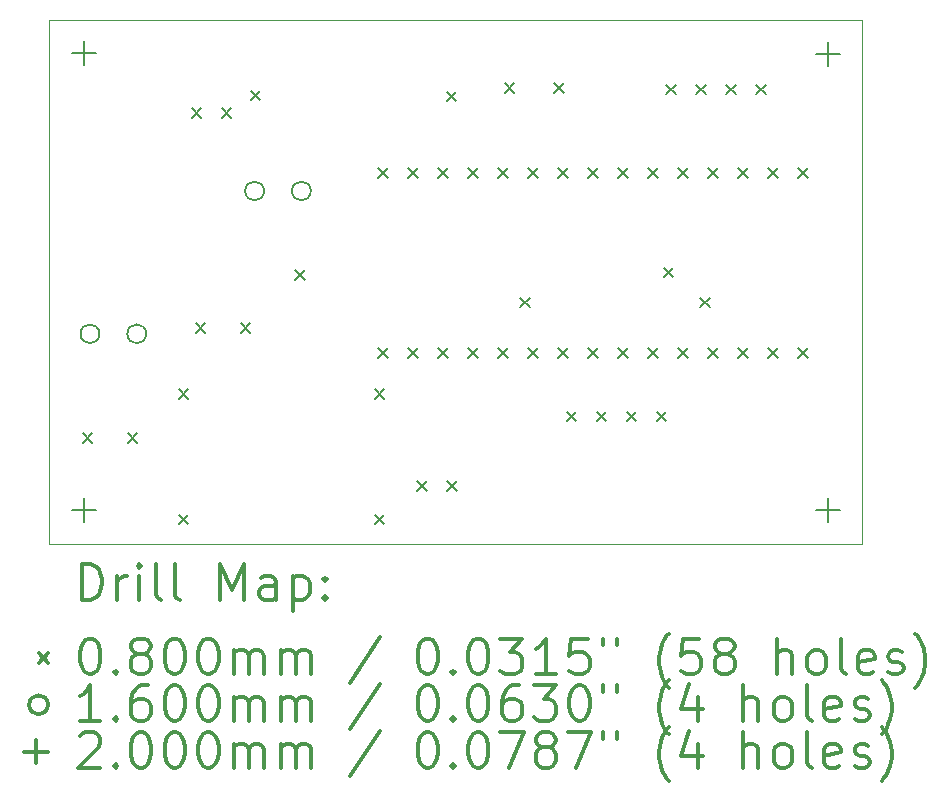
<source format=gbr>
%FSLAX45Y45*%
G04 Gerber Fmt 4.5, Leading zero omitted, Abs format (unit mm)*
G04 Created by KiCad (PCBNEW (5.1.10)-1) date 2021-10-23 23:50:17*
%MOMM*%
%LPD*%
G01*
G04 APERTURE LIST*
%TA.AperFunction,Profile*%
%ADD10C,0.100000*%
%TD*%
%ADD11C,0.200000*%
%ADD12C,0.300000*%
G04 APERTURE END LIST*
D10*
X7270000Y-400000D02*
X7270000Y-4840000D01*
X380000Y-400000D02*
X7270000Y-400000D01*
X380000Y-4840000D02*
X380000Y-400000D01*
X7270000Y-4840000D02*
X380000Y-4840000D01*
D11*
X670000Y-3900000D02*
X750000Y-3980000D01*
X750000Y-3900000D02*
X670000Y-3980000D01*
X1050000Y-3900000D02*
X1130000Y-3980000D01*
X1130000Y-3900000D02*
X1050000Y-3980000D01*
X1480000Y-3530000D02*
X1560000Y-3610000D01*
X1560000Y-3530000D02*
X1480000Y-3610000D01*
X1480000Y-4590000D02*
X1560000Y-4670000D01*
X1560000Y-4590000D02*
X1480000Y-4670000D01*
X1590000Y-1150000D02*
X1670000Y-1230000D01*
X1670000Y-1150000D02*
X1590000Y-1230000D01*
X1625000Y-2970000D02*
X1705000Y-3050000D01*
X1705000Y-2970000D02*
X1625000Y-3050000D01*
X1844000Y-1150000D02*
X1924000Y-1230000D01*
X1924000Y-1150000D02*
X1844000Y-1230000D01*
X2005000Y-2970000D02*
X2085000Y-3050000D01*
X2085000Y-2970000D02*
X2005000Y-3050000D01*
X2090000Y-1000000D02*
X2170000Y-1080000D01*
X2170000Y-1000000D02*
X2090000Y-1080000D01*
X2470000Y-2520000D02*
X2550000Y-2600000D01*
X2550000Y-2520000D02*
X2470000Y-2600000D01*
X3140000Y-3530000D02*
X3220000Y-3610000D01*
X3220000Y-3530000D02*
X3140000Y-3610000D01*
X3140000Y-4590000D02*
X3220000Y-4670000D01*
X3220000Y-4590000D02*
X3140000Y-4670000D01*
X3170000Y-1660000D02*
X3250000Y-1740000D01*
X3250000Y-1660000D02*
X3170000Y-1740000D01*
X3170000Y-3184000D02*
X3250000Y-3264000D01*
X3250000Y-3184000D02*
X3170000Y-3264000D01*
X3424000Y-1660000D02*
X3504000Y-1740000D01*
X3504000Y-1660000D02*
X3424000Y-1740000D01*
X3424000Y-3184000D02*
X3504000Y-3264000D01*
X3504000Y-3184000D02*
X3424000Y-3264000D01*
X3500000Y-4310000D02*
X3580000Y-4390000D01*
X3580000Y-4310000D02*
X3500000Y-4390000D01*
X3678000Y-1660000D02*
X3758000Y-1740000D01*
X3758000Y-1660000D02*
X3678000Y-1740000D01*
X3678000Y-3184000D02*
X3758000Y-3264000D01*
X3758000Y-3184000D02*
X3678000Y-3264000D01*
X3750000Y-1010000D02*
X3830000Y-1090000D01*
X3830000Y-1010000D02*
X3750000Y-1090000D01*
X3754000Y-4310000D02*
X3834000Y-4390000D01*
X3834000Y-4310000D02*
X3754000Y-4390000D01*
X3932000Y-1660000D02*
X4012000Y-1740000D01*
X4012000Y-1660000D02*
X3932000Y-1740000D01*
X3932000Y-3184000D02*
X4012000Y-3264000D01*
X4012000Y-3184000D02*
X3932000Y-3264000D01*
X4186000Y-1660000D02*
X4266000Y-1740000D01*
X4266000Y-1660000D02*
X4186000Y-1740000D01*
X4186000Y-3184000D02*
X4266000Y-3264000D01*
X4266000Y-3184000D02*
X4186000Y-3264000D01*
X4240000Y-940000D02*
X4320000Y-1020000D01*
X4320000Y-940000D02*
X4240000Y-1020000D01*
X4375000Y-2755000D02*
X4455000Y-2835000D01*
X4455000Y-2755000D02*
X4375000Y-2835000D01*
X4440000Y-1660000D02*
X4520000Y-1740000D01*
X4520000Y-1660000D02*
X4440000Y-1740000D01*
X4440000Y-3184000D02*
X4520000Y-3264000D01*
X4520000Y-3184000D02*
X4440000Y-3264000D01*
X4660000Y-940000D02*
X4740000Y-1020000D01*
X4740000Y-940000D02*
X4660000Y-1020000D01*
X4694000Y-1660000D02*
X4774000Y-1740000D01*
X4774000Y-1660000D02*
X4694000Y-1740000D01*
X4694000Y-3184000D02*
X4774000Y-3264000D01*
X4774000Y-3184000D02*
X4694000Y-3264000D01*
X4768000Y-3720000D02*
X4848000Y-3800000D01*
X4848000Y-3720000D02*
X4768000Y-3800000D01*
X4948000Y-1660000D02*
X5028000Y-1740000D01*
X5028000Y-1660000D02*
X4948000Y-1740000D01*
X4948000Y-3184000D02*
X5028000Y-3264000D01*
X5028000Y-3184000D02*
X4948000Y-3264000D01*
X5022000Y-3720000D02*
X5102000Y-3800000D01*
X5102000Y-3720000D02*
X5022000Y-3800000D01*
X5202000Y-1660000D02*
X5282000Y-1740000D01*
X5282000Y-1660000D02*
X5202000Y-1740000D01*
X5202000Y-3184000D02*
X5282000Y-3264000D01*
X5282000Y-3184000D02*
X5202000Y-3264000D01*
X5276000Y-3720000D02*
X5356000Y-3800000D01*
X5356000Y-3720000D02*
X5276000Y-3800000D01*
X5456000Y-1660000D02*
X5536000Y-1740000D01*
X5536000Y-1660000D02*
X5456000Y-1740000D01*
X5456000Y-3184000D02*
X5536000Y-3264000D01*
X5536000Y-3184000D02*
X5456000Y-3264000D01*
X5530000Y-3720000D02*
X5610000Y-3800000D01*
X5610000Y-3720000D02*
X5530000Y-3800000D01*
X5590000Y-2500000D02*
X5670000Y-2580000D01*
X5670000Y-2500000D02*
X5590000Y-2580000D01*
X5608000Y-950000D02*
X5688000Y-1030000D01*
X5688000Y-950000D02*
X5608000Y-1030000D01*
X5710000Y-1660000D02*
X5790000Y-1740000D01*
X5790000Y-1660000D02*
X5710000Y-1740000D01*
X5710000Y-3184000D02*
X5790000Y-3264000D01*
X5790000Y-3184000D02*
X5710000Y-3264000D01*
X5862000Y-950000D02*
X5942000Y-1030000D01*
X5942000Y-950000D02*
X5862000Y-1030000D01*
X5899000Y-2755000D02*
X5979000Y-2835000D01*
X5979000Y-2755000D02*
X5899000Y-2835000D01*
X5964000Y-1660000D02*
X6044000Y-1740000D01*
X6044000Y-1660000D02*
X5964000Y-1740000D01*
X5964000Y-3184000D02*
X6044000Y-3264000D01*
X6044000Y-3184000D02*
X5964000Y-3264000D01*
X6116000Y-950000D02*
X6196000Y-1030000D01*
X6196000Y-950000D02*
X6116000Y-1030000D01*
X6218000Y-1660000D02*
X6298000Y-1740000D01*
X6298000Y-1660000D02*
X6218000Y-1740000D01*
X6218000Y-3184000D02*
X6298000Y-3264000D01*
X6298000Y-3184000D02*
X6218000Y-3264000D01*
X6370000Y-950000D02*
X6450000Y-1030000D01*
X6450000Y-950000D02*
X6370000Y-1030000D01*
X6472000Y-1660000D02*
X6552000Y-1740000D01*
X6552000Y-1660000D02*
X6472000Y-1740000D01*
X6472000Y-3184000D02*
X6552000Y-3264000D01*
X6552000Y-3184000D02*
X6472000Y-3264000D01*
X6726000Y-1660000D02*
X6806000Y-1740000D01*
X6806000Y-1660000D02*
X6726000Y-1740000D01*
X6726000Y-3184000D02*
X6806000Y-3264000D01*
X6806000Y-3184000D02*
X6726000Y-3264000D01*
X810000Y-3060000D02*
G75*
G03*
X810000Y-3060000I-80000J0D01*
G01*
X1206000Y-3060000D02*
G75*
G03*
X1206000Y-3060000I-80000J0D01*
G01*
X2204000Y-1850000D02*
G75*
G03*
X2204000Y-1850000I-80000J0D01*
G01*
X2600000Y-1850000D02*
G75*
G03*
X2600000Y-1850000I-80000J0D01*
G01*
X680000Y-580000D02*
X680000Y-780000D01*
X580000Y-680000D02*
X780000Y-680000D01*
X680000Y-4450000D02*
X680000Y-4650000D01*
X580000Y-4550000D02*
X780000Y-4550000D01*
X6980000Y-590000D02*
X6980000Y-790000D01*
X6880000Y-690000D02*
X7080000Y-690000D01*
X6980000Y-4450000D02*
X6980000Y-4650000D01*
X6880000Y-4550000D02*
X7080000Y-4550000D01*
D12*
X661428Y-5310714D02*
X661428Y-5010714D01*
X732857Y-5010714D01*
X775714Y-5025000D01*
X804286Y-5053572D01*
X818571Y-5082143D01*
X832857Y-5139286D01*
X832857Y-5182143D01*
X818571Y-5239286D01*
X804286Y-5267857D01*
X775714Y-5296429D01*
X732857Y-5310714D01*
X661428Y-5310714D01*
X961428Y-5310714D02*
X961428Y-5110714D01*
X961428Y-5167857D02*
X975714Y-5139286D01*
X990000Y-5125000D01*
X1018571Y-5110714D01*
X1047143Y-5110714D01*
X1147143Y-5310714D02*
X1147143Y-5110714D01*
X1147143Y-5010714D02*
X1132857Y-5025000D01*
X1147143Y-5039286D01*
X1161428Y-5025000D01*
X1147143Y-5010714D01*
X1147143Y-5039286D01*
X1332857Y-5310714D02*
X1304286Y-5296429D01*
X1290000Y-5267857D01*
X1290000Y-5010714D01*
X1490000Y-5310714D02*
X1461428Y-5296429D01*
X1447143Y-5267857D01*
X1447143Y-5010714D01*
X1832857Y-5310714D02*
X1832857Y-5010714D01*
X1932857Y-5225000D01*
X2032857Y-5010714D01*
X2032857Y-5310714D01*
X2304286Y-5310714D02*
X2304286Y-5153572D01*
X2290000Y-5125000D01*
X2261428Y-5110714D01*
X2204286Y-5110714D01*
X2175714Y-5125000D01*
X2304286Y-5296429D02*
X2275714Y-5310714D01*
X2204286Y-5310714D01*
X2175714Y-5296429D01*
X2161428Y-5267857D01*
X2161428Y-5239286D01*
X2175714Y-5210714D01*
X2204286Y-5196429D01*
X2275714Y-5196429D01*
X2304286Y-5182143D01*
X2447143Y-5110714D02*
X2447143Y-5410714D01*
X2447143Y-5125000D02*
X2475714Y-5110714D01*
X2532857Y-5110714D01*
X2561428Y-5125000D01*
X2575714Y-5139286D01*
X2590000Y-5167857D01*
X2590000Y-5253572D01*
X2575714Y-5282143D01*
X2561428Y-5296429D01*
X2532857Y-5310714D01*
X2475714Y-5310714D01*
X2447143Y-5296429D01*
X2718571Y-5282143D02*
X2732857Y-5296429D01*
X2718571Y-5310714D01*
X2704286Y-5296429D01*
X2718571Y-5282143D01*
X2718571Y-5310714D01*
X2718571Y-5125000D02*
X2732857Y-5139286D01*
X2718571Y-5153572D01*
X2704286Y-5139286D01*
X2718571Y-5125000D01*
X2718571Y-5153572D01*
X295000Y-5765000D02*
X375000Y-5845000D01*
X375000Y-5765000D02*
X295000Y-5845000D01*
X718571Y-5640714D02*
X747143Y-5640714D01*
X775714Y-5655000D01*
X790000Y-5669286D01*
X804286Y-5697857D01*
X818571Y-5755000D01*
X818571Y-5826429D01*
X804286Y-5883571D01*
X790000Y-5912143D01*
X775714Y-5926429D01*
X747143Y-5940714D01*
X718571Y-5940714D01*
X690000Y-5926429D01*
X675714Y-5912143D01*
X661428Y-5883571D01*
X647143Y-5826429D01*
X647143Y-5755000D01*
X661428Y-5697857D01*
X675714Y-5669286D01*
X690000Y-5655000D01*
X718571Y-5640714D01*
X947143Y-5912143D02*
X961428Y-5926429D01*
X947143Y-5940714D01*
X932857Y-5926429D01*
X947143Y-5912143D01*
X947143Y-5940714D01*
X1132857Y-5769286D02*
X1104286Y-5755000D01*
X1090000Y-5740714D01*
X1075714Y-5712143D01*
X1075714Y-5697857D01*
X1090000Y-5669286D01*
X1104286Y-5655000D01*
X1132857Y-5640714D01*
X1190000Y-5640714D01*
X1218571Y-5655000D01*
X1232857Y-5669286D01*
X1247143Y-5697857D01*
X1247143Y-5712143D01*
X1232857Y-5740714D01*
X1218571Y-5755000D01*
X1190000Y-5769286D01*
X1132857Y-5769286D01*
X1104286Y-5783571D01*
X1090000Y-5797857D01*
X1075714Y-5826429D01*
X1075714Y-5883571D01*
X1090000Y-5912143D01*
X1104286Y-5926429D01*
X1132857Y-5940714D01*
X1190000Y-5940714D01*
X1218571Y-5926429D01*
X1232857Y-5912143D01*
X1247143Y-5883571D01*
X1247143Y-5826429D01*
X1232857Y-5797857D01*
X1218571Y-5783571D01*
X1190000Y-5769286D01*
X1432857Y-5640714D02*
X1461428Y-5640714D01*
X1490000Y-5655000D01*
X1504286Y-5669286D01*
X1518571Y-5697857D01*
X1532857Y-5755000D01*
X1532857Y-5826429D01*
X1518571Y-5883571D01*
X1504286Y-5912143D01*
X1490000Y-5926429D01*
X1461428Y-5940714D01*
X1432857Y-5940714D01*
X1404286Y-5926429D01*
X1390000Y-5912143D01*
X1375714Y-5883571D01*
X1361428Y-5826429D01*
X1361428Y-5755000D01*
X1375714Y-5697857D01*
X1390000Y-5669286D01*
X1404286Y-5655000D01*
X1432857Y-5640714D01*
X1718571Y-5640714D02*
X1747143Y-5640714D01*
X1775714Y-5655000D01*
X1790000Y-5669286D01*
X1804286Y-5697857D01*
X1818571Y-5755000D01*
X1818571Y-5826429D01*
X1804286Y-5883571D01*
X1790000Y-5912143D01*
X1775714Y-5926429D01*
X1747143Y-5940714D01*
X1718571Y-5940714D01*
X1690000Y-5926429D01*
X1675714Y-5912143D01*
X1661428Y-5883571D01*
X1647143Y-5826429D01*
X1647143Y-5755000D01*
X1661428Y-5697857D01*
X1675714Y-5669286D01*
X1690000Y-5655000D01*
X1718571Y-5640714D01*
X1947143Y-5940714D02*
X1947143Y-5740714D01*
X1947143Y-5769286D02*
X1961428Y-5755000D01*
X1990000Y-5740714D01*
X2032857Y-5740714D01*
X2061428Y-5755000D01*
X2075714Y-5783571D01*
X2075714Y-5940714D01*
X2075714Y-5783571D02*
X2090000Y-5755000D01*
X2118571Y-5740714D01*
X2161428Y-5740714D01*
X2190000Y-5755000D01*
X2204286Y-5783571D01*
X2204286Y-5940714D01*
X2347143Y-5940714D02*
X2347143Y-5740714D01*
X2347143Y-5769286D02*
X2361428Y-5755000D01*
X2390000Y-5740714D01*
X2432857Y-5740714D01*
X2461428Y-5755000D01*
X2475714Y-5783571D01*
X2475714Y-5940714D01*
X2475714Y-5783571D02*
X2490000Y-5755000D01*
X2518571Y-5740714D01*
X2561428Y-5740714D01*
X2590000Y-5755000D01*
X2604286Y-5783571D01*
X2604286Y-5940714D01*
X3190000Y-5626429D02*
X2932857Y-6012143D01*
X3575714Y-5640714D02*
X3604286Y-5640714D01*
X3632857Y-5655000D01*
X3647143Y-5669286D01*
X3661428Y-5697857D01*
X3675714Y-5755000D01*
X3675714Y-5826429D01*
X3661428Y-5883571D01*
X3647143Y-5912143D01*
X3632857Y-5926429D01*
X3604286Y-5940714D01*
X3575714Y-5940714D01*
X3547143Y-5926429D01*
X3532857Y-5912143D01*
X3518571Y-5883571D01*
X3504286Y-5826429D01*
X3504286Y-5755000D01*
X3518571Y-5697857D01*
X3532857Y-5669286D01*
X3547143Y-5655000D01*
X3575714Y-5640714D01*
X3804286Y-5912143D02*
X3818571Y-5926429D01*
X3804286Y-5940714D01*
X3790000Y-5926429D01*
X3804286Y-5912143D01*
X3804286Y-5940714D01*
X4004286Y-5640714D02*
X4032857Y-5640714D01*
X4061428Y-5655000D01*
X4075714Y-5669286D01*
X4090000Y-5697857D01*
X4104286Y-5755000D01*
X4104286Y-5826429D01*
X4090000Y-5883571D01*
X4075714Y-5912143D01*
X4061428Y-5926429D01*
X4032857Y-5940714D01*
X4004286Y-5940714D01*
X3975714Y-5926429D01*
X3961428Y-5912143D01*
X3947143Y-5883571D01*
X3932857Y-5826429D01*
X3932857Y-5755000D01*
X3947143Y-5697857D01*
X3961428Y-5669286D01*
X3975714Y-5655000D01*
X4004286Y-5640714D01*
X4204286Y-5640714D02*
X4390000Y-5640714D01*
X4290000Y-5755000D01*
X4332857Y-5755000D01*
X4361428Y-5769286D01*
X4375714Y-5783571D01*
X4390000Y-5812143D01*
X4390000Y-5883571D01*
X4375714Y-5912143D01*
X4361428Y-5926429D01*
X4332857Y-5940714D01*
X4247143Y-5940714D01*
X4218571Y-5926429D01*
X4204286Y-5912143D01*
X4675714Y-5940714D02*
X4504286Y-5940714D01*
X4590000Y-5940714D02*
X4590000Y-5640714D01*
X4561428Y-5683571D01*
X4532857Y-5712143D01*
X4504286Y-5726429D01*
X4947143Y-5640714D02*
X4804286Y-5640714D01*
X4790000Y-5783571D01*
X4804286Y-5769286D01*
X4832857Y-5755000D01*
X4904286Y-5755000D01*
X4932857Y-5769286D01*
X4947143Y-5783571D01*
X4961428Y-5812143D01*
X4961428Y-5883571D01*
X4947143Y-5912143D01*
X4932857Y-5926429D01*
X4904286Y-5940714D01*
X4832857Y-5940714D01*
X4804286Y-5926429D01*
X4790000Y-5912143D01*
X5075714Y-5640714D02*
X5075714Y-5697857D01*
X5190000Y-5640714D02*
X5190000Y-5697857D01*
X5632857Y-6055000D02*
X5618571Y-6040714D01*
X5590000Y-5997857D01*
X5575714Y-5969286D01*
X5561428Y-5926429D01*
X5547143Y-5855000D01*
X5547143Y-5797857D01*
X5561428Y-5726429D01*
X5575714Y-5683571D01*
X5590000Y-5655000D01*
X5618571Y-5612143D01*
X5632857Y-5597857D01*
X5890000Y-5640714D02*
X5747143Y-5640714D01*
X5732857Y-5783571D01*
X5747143Y-5769286D01*
X5775714Y-5755000D01*
X5847143Y-5755000D01*
X5875714Y-5769286D01*
X5890000Y-5783571D01*
X5904286Y-5812143D01*
X5904286Y-5883571D01*
X5890000Y-5912143D01*
X5875714Y-5926429D01*
X5847143Y-5940714D01*
X5775714Y-5940714D01*
X5747143Y-5926429D01*
X5732857Y-5912143D01*
X6075714Y-5769286D02*
X6047143Y-5755000D01*
X6032857Y-5740714D01*
X6018571Y-5712143D01*
X6018571Y-5697857D01*
X6032857Y-5669286D01*
X6047143Y-5655000D01*
X6075714Y-5640714D01*
X6132857Y-5640714D01*
X6161428Y-5655000D01*
X6175714Y-5669286D01*
X6190000Y-5697857D01*
X6190000Y-5712143D01*
X6175714Y-5740714D01*
X6161428Y-5755000D01*
X6132857Y-5769286D01*
X6075714Y-5769286D01*
X6047143Y-5783571D01*
X6032857Y-5797857D01*
X6018571Y-5826429D01*
X6018571Y-5883571D01*
X6032857Y-5912143D01*
X6047143Y-5926429D01*
X6075714Y-5940714D01*
X6132857Y-5940714D01*
X6161428Y-5926429D01*
X6175714Y-5912143D01*
X6190000Y-5883571D01*
X6190000Y-5826429D01*
X6175714Y-5797857D01*
X6161428Y-5783571D01*
X6132857Y-5769286D01*
X6547143Y-5940714D02*
X6547143Y-5640714D01*
X6675714Y-5940714D02*
X6675714Y-5783571D01*
X6661428Y-5755000D01*
X6632857Y-5740714D01*
X6590000Y-5740714D01*
X6561428Y-5755000D01*
X6547143Y-5769286D01*
X6861428Y-5940714D02*
X6832857Y-5926429D01*
X6818571Y-5912143D01*
X6804286Y-5883571D01*
X6804286Y-5797857D01*
X6818571Y-5769286D01*
X6832857Y-5755000D01*
X6861428Y-5740714D01*
X6904286Y-5740714D01*
X6932857Y-5755000D01*
X6947143Y-5769286D01*
X6961428Y-5797857D01*
X6961428Y-5883571D01*
X6947143Y-5912143D01*
X6932857Y-5926429D01*
X6904286Y-5940714D01*
X6861428Y-5940714D01*
X7132857Y-5940714D02*
X7104286Y-5926429D01*
X7090000Y-5897857D01*
X7090000Y-5640714D01*
X7361428Y-5926429D02*
X7332857Y-5940714D01*
X7275714Y-5940714D01*
X7247143Y-5926429D01*
X7232857Y-5897857D01*
X7232857Y-5783571D01*
X7247143Y-5755000D01*
X7275714Y-5740714D01*
X7332857Y-5740714D01*
X7361428Y-5755000D01*
X7375714Y-5783571D01*
X7375714Y-5812143D01*
X7232857Y-5840714D01*
X7490000Y-5926429D02*
X7518571Y-5940714D01*
X7575714Y-5940714D01*
X7604286Y-5926429D01*
X7618571Y-5897857D01*
X7618571Y-5883571D01*
X7604286Y-5855000D01*
X7575714Y-5840714D01*
X7532857Y-5840714D01*
X7504286Y-5826429D01*
X7490000Y-5797857D01*
X7490000Y-5783571D01*
X7504286Y-5755000D01*
X7532857Y-5740714D01*
X7575714Y-5740714D01*
X7604286Y-5755000D01*
X7718571Y-6055000D02*
X7732857Y-6040714D01*
X7761428Y-5997857D01*
X7775714Y-5969286D01*
X7790000Y-5926429D01*
X7804286Y-5855000D01*
X7804286Y-5797857D01*
X7790000Y-5726429D01*
X7775714Y-5683571D01*
X7761428Y-5655000D01*
X7732857Y-5612143D01*
X7718571Y-5597857D01*
X375000Y-6201000D02*
G75*
G03*
X375000Y-6201000I-80000J0D01*
G01*
X818571Y-6336714D02*
X647143Y-6336714D01*
X732857Y-6336714D02*
X732857Y-6036714D01*
X704286Y-6079571D01*
X675714Y-6108143D01*
X647143Y-6122429D01*
X947143Y-6308143D02*
X961428Y-6322429D01*
X947143Y-6336714D01*
X932857Y-6322429D01*
X947143Y-6308143D01*
X947143Y-6336714D01*
X1218571Y-6036714D02*
X1161428Y-6036714D01*
X1132857Y-6051000D01*
X1118571Y-6065286D01*
X1090000Y-6108143D01*
X1075714Y-6165286D01*
X1075714Y-6279571D01*
X1090000Y-6308143D01*
X1104286Y-6322429D01*
X1132857Y-6336714D01*
X1190000Y-6336714D01*
X1218571Y-6322429D01*
X1232857Y-6308143D01*
X1247143Y-6279571D01*
X1247143Y-6208143D01*
X1232857Y-6179571D01*
X1218571Y-6165286D01*
X1190000Y-6151000D01*
X1132857Y-6151000D01*
X1104286Y-6165286D01*
X1090000Y-6179571D01*
X1075714Y-6208143D01*
X1432857Y-6036714D02*
X1461428Y-6036714D01*
X1490000Y-6051000D01*
X1504286Y-6065286D01*
X1518571Y-6093857D01*
X1532857Y-6151000D01*
X1532857Y-6222429D01*
X1518571Y-6279571D01*
X1504286Y-6308143D01*
X1490000Y-6322429D01*
X1461428Y-6336714D01*
X1432857Y-6336714D01*
X1404286Y-6322429D01*
X1390000Y-6308143D01*
X1375714Y-6279571D01*
X1361428Y-6222429D01*
X1361428Y-6151000D01*
X1375714Y-6093857D01*
X1390000Y-6065286D01*
X1404286Y-6051000D01*
X1432857Y-6036714D01*
X1718571Y-6036714D02*
X1747143Y-6036714D01*
X1775714Y-6051000D01*
X1790000Y-6065286D01*
X1804286Y-6093857D01*
X1818571Y-6151000D01*
X1818571Y-6222429D01*
X1804286Y-6279571D01*
X1790000Y-6308143D01*
X1775714Y-6322429D01*
X1747143Y-6336714D01*
X1718571Y-6336714D01*
X1690000Y-6322429D01*
X1675714Y-6308143D01*
X1661428Y-6279571D01*
X1647143Y-6222429D01*
X1647143Y-6151000D01*
X1661428Y-6093857D01*
X1675714Y-6065286D01*
X1690000Y-6051000D01*
X1718571Y-6036714D01*
X1947143Y-6336714D02*
X1947143Y-6136714D01*
X1947143Y-6165286D02*
X1961428Y-6151000D01*
X1990000Y-6136714D01*
X2032857Y-6136714D01*
X2061428Y-6151000D01*
X2075714Y-6179571D01*
X2075714Y-6336714D01*
X2075714Y-6179571D02*
X2090000Y-6151000D01*
X2118571Y-6136714D01*
X2161428Y-6136714D01*
X2190000Y-6151000D01*
X2204286Y-6179571D01*
X2204286Y-6336714D01*
X2347143Y-6336714D02*
X2347143Y-6136714D01*
X2347143Y-6165286D02*
X2361428Y-6151000D01*
X2390000Y-6136714D01*
X2432857Y-6136714D01*
X2461428Y-6151000D01*
X2475714Y-6179571D01*
X2475714Y-6336714D01*
X2475714Y-6179571D02*
X2490000Y-6151000D01*
X2518571Y-6136714D01*
X2561428Y-6136714D01*
X2590000Y-6151000D01*
X2604286Y-6179571D01*
X2604286Y-6336714D01*
X3190000Y-6022429D02*
X2932857Y-6408143D01*
X3575714Y-6036714D02*
X3604286Y-6036714D01*
X3632857Y-6051000D01*
X3647143Y-6065286D01*
X3661428Y-6093857D01*
X3675714Y-6151000D01*
X3675714Y-6222429D01*
X3661428Y-6279571D01*
X3647143Y-6308143D01*
X3632857Y-6322429D01*
X3604286Y-6336714D01*
X3575714Y-6336714D01*
X3547143Y-6322429D01*
X3532857Y-6308143D01*
X3518571Y-6279571D01*
X3504286Y-6222429D01*
X3504286Y-6151000D01*
X3518571Y-6093857D01*
X3532857Y-6065286D01*
X3547143Y-6051000D01*
X3575714Y-6036714D01*
X3804286Y-6308143D02*
X3818571Y-6322429D01*
X3804286Y-6336714D01*
X3790000Y-6322429D01*
X3804286Y-6308143D01*
X3804286Y-6336714D01*
X4004286Y-6036714D02*
X4032857Y-6036714D01*
X4061428Y-6051000D01*
X4075714Y-6065286D01*
X4090000Y-6093857D01*
X4104286Y-6151000D01*
X4104286Y-6222429D01*
X4090000Y-6279571D01*
X4075714Y-6308143D01*
X4061428Y-6322429D01*
X4032857Y-6336714D01*
X4004286Y-6336714D01*
X3975714Y-6322429D01*
X3961428Y-6308143D01*
X3947143Y-6279571D01*
X3932857Y-6222429D01*
X3932857Y-6151000D01*
X3947143Y-6093857D01*
X3961428Y-6065286D01*
X3975714Y-6051000D01*
X4004286Y-6036714D01*
X4361428Y-6036714D02*
X4304286Y-6036714D01*
X4275714Y-6051000D01*
X4261428Y-6065286D01*
X4232857Y-6108143D01*
X4218571Y-6165286D01*
X4218571Y-6279571D01*
X4232857Y-6308143D01*
X4247143Y-6322429D01*
X4275714Y-6336714D01*
X4332857Y-6336714D01*
X4361428Y-6322429D01*
X4375714Y-6308143D01*
X4390000Y-6279571D01*
X4390000Y-6208143D01*
X4375714Y-6179571D01*
X4361428Y-6165286D01*
X4332857Y-6151000D01*
X4275714Y-6151000D01*
X4247143Y-6165286D01*
X4232857Y-6179571D01*
X4218571Y-6208143D01*
X4490000Y-6036714D02*
X4675714Y-6036714D01*
X4575714Y-6151000D01*
X4618571Y-6151000D01*
X4647143Y-6165286D01*
X4661428Y-6179571D01*
X4675714Y-6208143D01*
X4675714Y-6279571D01*
X4661428Y-6308143D01*
X4647143Y-6322429D01*
X4618571Y-6336714D01*
X4532857Y-6336714D01*
X4504286Y-6322429D01*
X4490000Y-6308143D01*
X4861428Y-6036714D02*
X4890000Y-6036714D01*
X4918571Y-6051000D01*
X4932857Y-6065286D01*
X4947143Y-6093857D01*
X4961428Y-6151000D01*
X4961428Y-6222429D01*
X4947143Y-6279571D01*
X4932857Y-6308143D01*
X4918571Y-6322429D01*
X4890000Y-6336714D01*
X4861428Y-6336714D01*
X4832857Y-6322429D01*
X4818571Y-6308143D01*
X4804286Y-6279571D01*
X4790000Y-6222429D01*
X4790000Y-6151000D01*
X4804286Y-6093857D01*
X4818571Y-6065286D01*
X4832857Y-6051000D01*
X4861428Y-6036714D01*
X5075714Y-6036714D02*
X5075714Y-6093857D01*
X5190000Y-6036714D02*
X5190000Y-6093857D01*
X5632857Y-6451000D02*
X5618571Y-6436714D01*
X5590000Y-6393857D01*
X5575714Y-6365286D01*
X5561428Y-6322429D01*
X5547143Y-6251000D01*
X5547143Y-6193857D01*
X5561428Y-6122429D01*
X5575714Y-6079571D01*
X5590000Y-6051000D01*
X5618571Y-6008143D01*
X5632857Y-5993857D01*
X5875714Y-6136714D02*
X5875714Y-6336714D01*
X5804286Y-6022429D02*
X5732857Y-6236714D01*
X5918571Y-6236714D01*
X6261428Y-6336714D02*
X6261428Y-6036714D01*
X6390000Y-6336714D02*
X6390000Y-6179571D01*
X6375714Y-6151000D01*
X6347143Y-6136714D01*
X6304286Y-6136714D01*
X6275714Y-6151000D01*
X6261428Y-6165286D01*
X6575714Y-6336714D02*
X6547143Y-6322429D01*
X6532857Y-6308143D01*
X6518571Y-6279571D01*
X6518571Y-6193857D01*
X6532857Y-6165286D01*
X6547143Y-6151000D01*
X6575714Y-6136714D01*
X6618571Y-6136714D01*
X6647143Y-6151000D01*
X6661428Y-6165286D01*
X6675714Y-6193857D01*
X6675714Y-6279571D01*
X6661428Y-6308143D01*
X6647143Y-6322429D01*
X6618571Y-6336714D01*
X6575714Y-6336714D01*
X6847143Y-6336714D02*
X6818571Y-6322429D01*
X6804286Y-6293857D01*
X6804286Y-6036714D01*
X7075714Y-6322429D02*
X7047143Y-6336714D01*
X6990000Y-6336714D01*
X6961428Y-6322429D01*
X6947143Y-6293857D01*
X6947143Y-6179571D01*
X6961428Y-6151000D01*
X6990000Y-6136714D01*
X7047143Y-6136714D01*
X7075714Y-6151000D01*
X7090000Y-6179571D01*
X7090000Y-6208143D01*
X6947143Y-6236714D01*
X7204286Y-6322429D02*
X7232857Y-6336714D01*
X7290000Y-6336714D01*
X7318571Y-6322429D01*
X7332857Y-6293857D01*
X7332857Y-6279571D01*
X7318571Y-6251000D01*
X7290000Y-6236714D01*
X7247143Y-6236714D01*
X7218571Y-6222429D01*
X7204286Y-6193857D01*
X7204286Y-6179571D01*
X7218571Y-6151000D01*
X7247143Y-6136714D01*
X7290000Y-6136714D01*
X7318571Y-6151000D01*
X7432857Y-6451000D02*
X7447143Y-6436714D01*
X7475714Y-6393857D01*
X7490000Y-6365286D01*
X7504286Y-6322429D01*
X7518571Y-6251000D01*
X7518571Y-6193857D01*
X7504286Y-6122429D01*
X7490000Y-6079571D01*
X7475714Y-6051000D01*
X7447143Y-6008143D01*
X7432857Y-5993857D01*
X275000Y-6497000D02*
X275000Y-6697000D01*
X175000Y-6597000D02*
X375000Y-6597000D01*
X647143Y-6461286D02*
X661428Y-6447000D01*
X690000Y-6432714D01*
X761428Y-6432714D01*
X790000Y-6447000D01*
X804286Y-6461286D01*
X818571Y-6489857D01*
X818571Y-6518429D01*
X804286Y-6561286D01*
X632857Y-6732714D01*
X818571Y-6732714D01*
X947143Y-6704143D02*
X961428Y-6718429D01*
X947143Y-6732714D01*
X932857Y-6718429D01*
X947143Y-6704143D01*
X947143Y-6732714D01*
X1147143Y-6432714D02*
X1175714Y-6432714D01*
X1204286Y-6447000D01*
X1218571Y-6461286D01*
X1232857Y-6489857D01*
X1247143Y-6547000D01*
X1247143Y-6618429D01*
X1232857Y-6675571D01*
X1218571Y-6704143D01*
X1204286Y-6718429D01*
X1175714Y-6732714D01*
X1147143Y-6732714D01*
X1118571Y-6718429D01*
X1104286Y-6704143D01*
X1090000Y-6675571D01*
X1075714Y-6618429D01*
X1075714Y-6547000D01*
X1090000Y-6489857D01*
X1104286Y-6461286D01*
X1118571Y-6447000D01*
X1147143Y-6432714D01*
X1432857Y-6432714D02*
X1461428Y-6432714D01*
X1490000Y-6447000D01*
X1504286Y-6461286D01*
X1518571Y-6489857D01*
X1532857Y-6547000D01*
X1532857Y-6618429D01*
X1518571Y-6675571D01*
X1504286Y-6704143D01*
X1490000Y-6718429D01*
X1461428Y-6732714D01*
X1432857Y-6732714D01*
X1404286Y-6718429D01*
X1390000Y-6704143D01*
X1375714Y-6675571D01*
X1361428Y-6618429D01*
X1361428Y-6547000D01*
X1375714Y-6489857D01*
X1390000Y-6461286D01*
X1404286Y-6447000D01*
X1432857Y-6432714D01*
X1718571Y-6432714D02*
X1747143Y-6432714D01*
X1775714Y-6447000D01*
X1790000Y-6461286D01*
X1804286Y-6489857D01*
X1818571Y-6547000D01*
X1818571Y-6618429D01*
X1804286Y-6675571D01*
X1790000Y-6704143D01*
X1775714Y-6718429D01*
X1747143Y-6732714D01*
X1718571Y-6732714D01*
X1690000Y-6718429D01*
X1675714Y-6704143D01*
X1661428Y-6675571D01*
X1647143Y-6618429D01*
X1647143Y-6547000D01*
X1661428Y-6489857D01*
X1675714Y-6461286D01*
X1690000Y-6447000D01*
X1718571Y-6432714D01*
X1947143Y-6732714D02*
X1947143Y-6532714D01*
X1947143Y-6561286D02*
X1961428Y-6547000D01*
X1990000Y-6532714D01*
X2032857Y-6532714D01*
X2061428Y-6547000D01*
X2075714Y-6575571D01*
X2075714Y-6732714D01*
X2075714Y-6575571D02*
X2090000Y-6547000D01*
X2118571Y-6532714D01*
X2161428Y-6532714D01*
X2190000Y-6547000D01*
X2204286Y-6575571D01*
X2204286Y-6732714D01*
X2347143Y-6732714D02*
X2347143Y-6532714D01*
X2347143Y-6561286D02*
X2361428Y-6547000D01*
X2390000Y-6532714D01*
X2432857Y-6532714D01*
X2461428Y-6547000D01*
X2475714Y-6575571D01*
X2475714Y-6732714D01*
X2475714Y-6575571D02*
X2490000Y-6547000D01*
X2518571Y-6532714D01*
X2561428Y-6532714D01*
X2590000Y-6547000D01*
X2604286Y-6575571D01*
X2604286Y-6732714D01*
X3190000Y-6418429D02*
X2932857Y-6804143D01*
X3575714Y-6432714D02*
X3604286Y-6432714D01*
X3632857Y-6447000D01*
X3647143Y-6461286D01*
X3661428Y-6489857D01*
X3675714Y-6547000D01*
X3675714Y-6618429D01*
X3661428Y-6675571D01*
X3647143Y-6704143D01*
X3632857Y-6718429D01*
X3604286Y-6732714D01*
X3575714Y-6732714D01*
X3547143Y-6718429D01*
X3532857Y-6704143D01*
X3518571Y-6675571D01*
X3504286Y-6618429D01*
X3504286Y-6547000D01*
X3518571Y-6489857D01*
X3532857Y-6461286D01*
X3547143Y-6447000D01*
X3575714Y-6432714D01*
X3804286Y-6704143D02*
X3818571Y-6718429D01*
X3804286Y-6732714D01*
X3790000Y-6718429D01*
X3804286Y-6704143D01*
X3804286Y-6732714D01*
X4004286Y-6432714D02*
X4032857Y-6432714D01*
X4061428Y-6447000D01*
X4075714Y-6461286D01*
X4090000Y-6489857D01*
X4104286Y-6547000D01*
X4104286Y-6618429D01*
X4090000Y-6675571D01*
X4075714Y-6704143D01*
X4061428Y-6718429D01*
X4032857Y-6732714D01*
X4004286Y-6732714D01*
X3975714Y-6718429D01*
X3961428Y-6704143D01*
X3947143Y-6675571D01*
X3932857Y-6618429D01*
X3932857Y-6547000D01*
X3947143Y-6489857D01*
X3961428Y-6461286D01*
X3975714Y-6447000D01*
X4004286Y-6432714D01*
X4204286Y-6432714D02*
X4404286Y-6432714D01*
X4275714Y-6732714D01*
X4561428Y-6561286D02*
X4532857Y-6547000D01*
X4518571Y-6532714D01*
X4504286Y-6504143D01*
X4504286Y-6489857D01*
X4518571Y-6461286D01*
X4532857Y-6447000D01*
X4561428Y-6432714D01*
X4618571Y-6432714D01*
X4647143Y-6447000D01*
X4661428Y-6461286D01*
X4675714Y-6489857D01*
X4675714Y-6504143D01*
X4661428Y-6532714D01*
X4647143Y-6547000D01*
X4618571Y-6561286D01*
X4561428Y-6561286D01*
X4532857Y-6575571D01*
X4518571Y-6589857D01*
X4504286Y-6618429D01*
X4504286Y-6675571D01*
X4518571Y-6704143D01*
X4532857Y-6718429D01*
X4561428Y-6732714D01*
X4618571Y-6732714D01*
X4647143Y-6718429D01*
X4661428Y-6704143D01*
X4675714Y-6675571D01*
X4675714Y-6618429D01*
X4661428Y-6589857D01*
X4647143Y-6575571D01*
X4618571Y-6561286D01*
X4775714Y-6432714D02*
X4975714Y-6432714D01*
X4847143Y-6732714D01*
X5075714Y-6432714D02*
X5075714Y-6489857D01*
X5190000Y-6432714D02*
X5190000Y-6489857D01*
X5632857Y-6847000D02*
X5618571Y-6832714D01*
X5590000Y-6789857D01*
X5575714Y-6761286D01*
X5561428Y-6718429D01*
X5547143Y-6647000D01*
X5547143Y-6589857D01*
X5561428Y-6518429D01*
X5575714Y-6475571D01*
X5590000Y-6447000D01*
X5618571Y-6404143D01*
X5632857Y-6389857D01*
X5875714Y-6532714D02*
X5875714Y-6732714D01*
X5804286Y-6418429D02*
X5732857Y-6632714D01*
X5918571Y-6632714D01*
X6261428Y-6732714D02*
X6261428Y-6432714D01*
X6390000Y-6732714D02*
X6390000Y-6575571D01*
X6375714Y-6547000D01*
X6347143Y-6532714D01*
X6304286Y-6532714D01*
X6275714Y-6547000D01*
X6261428Y-6561286D01*
X6575714Y-6732714D02*
X6547143Y-6718429D01*
X6532857Y-6704143D01*
X6518571Y-6675571D01*
X6518571Y-6589857D01*
X6532857Y-6561286D01*
X6547143Y-6547000D01*
X6575714Y-6532714D01*
X6618571Y-6532714D01*
X6647143Y-6547000D01*
X6661428Y-6561286D01*
X6675714Y-6589857D01*
X6675714Y-6675571D01*
X6661428Y-6704143D01*
X6647143Y-6718429D01*
X6618571Y-6732714D01*
X6575714Y-6732714D01*
X6847143Y-6732714D02*
X6818571Y-6718429D01*
X6804286Y-6689857D01*
X6804286Y-6432714D01*
X7075714Y-6718429D02*
X7047143Y-6732714D01*
X6990000Y-6732714D01*
X6961428Y-6718429D01*
X6947143Y-6689857D01*
X6947143Y-6575571D01*
X6961428Y-6547000D01*
X6990000Y-6532714D01*
X7047143Y-6532714D01*
X7075714Y-6547000D01*
X7090000Y-6575571D01*
X7090000Y-6604143D01*
X6947143Y-6632714D01*
X7204286Y-6718429D02*
X7232857Y-6732714D01*
X7290000Y-6732714D01*
X7318571Y-6718429D01*
X7332857Y-6689857D01*
X7332857Y-6675571D01*
X7318571Y-6647000D01*
X7290000Y-6632714D01*
X7247143Y-6632714D01*
X7218571Y-6618429D01*
X7204286Y-6589857D01*
X7204286Y-6575571D01*
X7218571Y-6547000D01*
X7247143Y-6532714D01*
X7290000Y-6532714D01*
X7318571Y-6547000D01*
X7432857Y-6847000D02*
X7447143Y-6832714D01*
X7475714Y-6789857D01*
X7490000Y-6761286D01*
X7504286Y-6718429D01*
X7518571Y-6647000D01*
X7518571Y-6589857D01*
X7504286Y-6518429D01*
X7490000Y-6475571D01*
X7475714Y-6447000D01*
X7447143Y-6404143D01*
X7432857Y-6389857D01*
M02*

</source>
